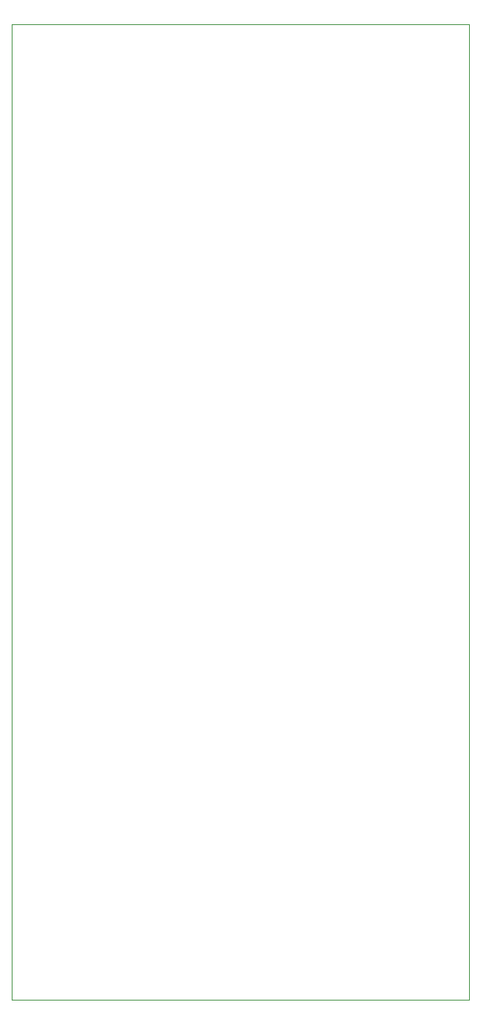
<source format=gbr>
%TF.GenerationSoftware,KiCad,Pcbnew,9.0.7*%
%TF.CreationDate,2026-02-08T19:41:06+11:00*%
%TF.ProjectId,voltage-controlled-amplifier,766f6c74-6167-4652-9d63-6f6e74726f6c,rev?*%
%TF.SameCoordinates,Original*%
%TF.FileFunction,Profile,NP*%
%FSLAX46Y46*%
G04 Gerber Fmt 4.6, Leading zero omitted, Abs format (unit mm)*
G04 Created by KiCad (PCBNEW 9.0.7) date 2026-02-08 19:41:06*
%MOMM*%
%LPD*%
G01*
G04 APERTURE LIST*
%TA.AperFunction,Profile*%
%ADD10C,0.050000*%
%TD*%
G04 APERTURE END LIST*
D10*
X50000000Y-44500000D02*
X99500000Y-44500000D01*
X99500000Y-150000000D01*
X50000000Y-150000000D01*
X50000000Y-44500000D01*
M02*

</source>
